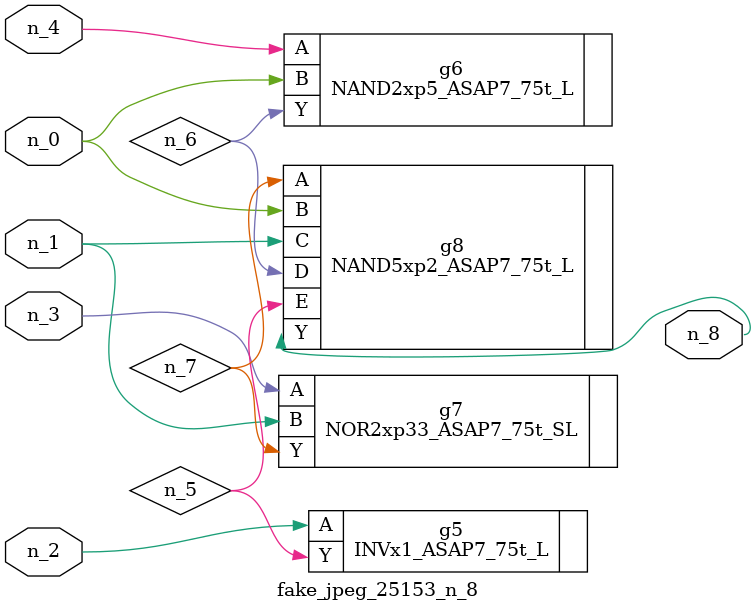
<source format=v>
module fake_jpeg_25153_n_8 (n_3, n_2, n_1, n_0, n_4, n_8);

input n_3;
input n_2;
input n_1;
input n_0;
input n_4;

output n_8;

wire n_6;
wire n_5;
wire n_7;

INVx1_ASAP7_75t_L g5 ( 
.A(n_2),
.Y(n_5)
);

NAND2xp5_ASAP7_75t_L g6 ( 
.A(n_4),
.B(n_0),
.Y(n_6)
);

NOR2xp33_ASAP7_75t_SL g7 ( 
.A(n_3),
.B(n_1),
.Y(n_7)
);

NAND5xp2_ASAP7_75t_L g8 ( 
.A(n_7),
.B(n_0),
.C(n_1),
.D(n_6),
.E(n_5),
.Y(n_8)
);


endmodule
</source>
